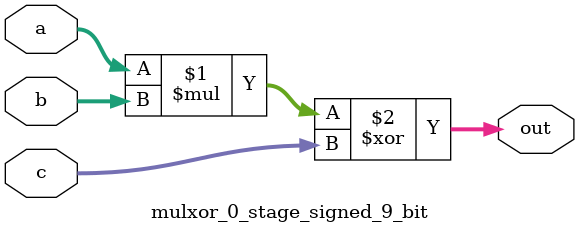
<source format=sv>
(* use_dsp = "yes" *) module mulxor_0_stage_signed_9_bit(
	input signed [8:0] a,
	input signed [8:0] b,
	input signed [8:0] c,
	output [8:0] out
	);

	assign out = (a * b) ^ c;
endmodule

</source>
